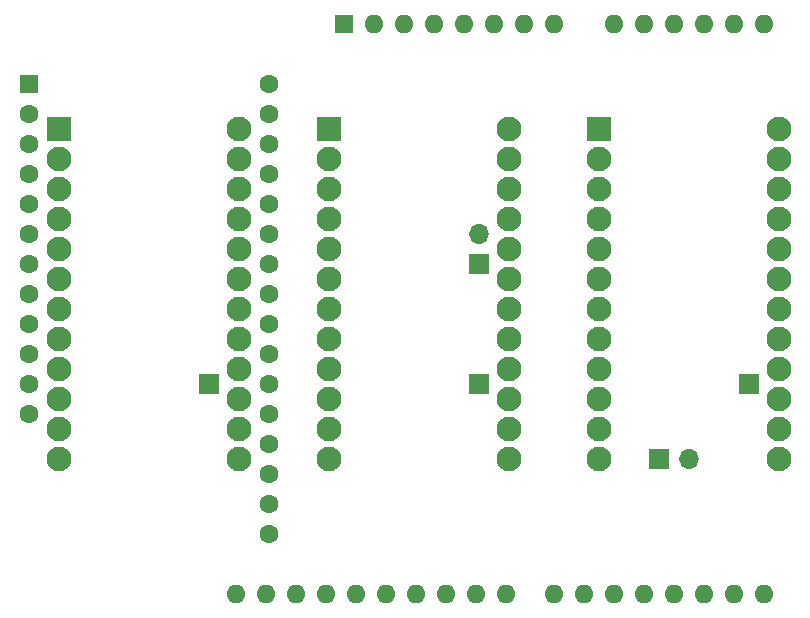
<source format=gbr>
G04 #@! TF.GenerationSoftware,KiCad,Pcbnew,5.1.5+dfsg1-2build2*
G04 #@! TF.CreationDate,2021-03-15T22:18:43+01:00*
G04 #@! TF.ProjectId,ProMicro_ADAPT,50726f4d-6963-4726-9f5f-41444150542e,v1.0*
G04 #@! TF.SameCoordinates,Original*
G04 #@! TF.FileFunction,Soldermask,Bot*
G04 #@! TF.FilePolarity,Negative*
%FSLAX46Y46*%
G04 Gerber Fmt 4.6, Leading zero omitted, Abs format (unit mm)*
G04 Created by KiCad*
%MOMM*%
%LPD*%
G04 APERTURE LIST*
%ADD10O,1.600000X1.600000*%
%ADD11R,1.600000X1.600000*%
%ADD12O,1.700000X1.700000*%
%ADD13R,1.700000X1.700000*%
%ADD14C,2.100000*%
%ADD15R,2.100000X2.100000*%
%ADD16C,1.600000*%
G04 APERTURE END LIST*
D10*
X119380000Y-120650000D03*
X121920000Y-120650000D03*
X82300000Y-120650000D03*
X121920000Y-72390000D03*
X84840000Y-120650000D03*
X119380000Y-72390000D03*
X87380000Y-120650000D03*
X116840000Y-72390000D03*
X89920000Y-120650000D03*
X114300000Y-72390000D03*
X92460000Y-120650000D03*
X111760000Y-72390000D03*
X95000000Y-120650000D03*
X109220000Y-72390000D03*
X97540000Y-120650000D03*
X104140000Y-72390000D03*
X100080000Y-120650000D03*
X101600000Y-72390000D03*
X104140000Y-120650000D03*
X99060000Y-72390000D03*
X106680000Y-120650000D03*
X96520000Y-72390000D03*
X109220000Y-120650000D03*
X93980000Y-72390000D03*
X111760000Y-120650000D03*
X91440000Y-72390000D03*
X114300000Y-120650000D03*
X88900000Y-72390000D03*
X116840000Y-120650000D03*
D11*
X86360000Y-72390000D03*
D10*
X79760000Y-120650000D03*
X77220000Y-120650000D03*
D12*
X115570000Y-109220000D03*
D13*
X113030000Y-109220000D03*
D12*
X97790000Y-90170000D03*
D13*
X97790000Y-92710000D03*
D14*
X123190000Y-81280000D03*
X123190000Y-83820000D03*
X123190000Y-86360000D03*
X107950000Y-109220000D03*
X123190000Y-88900000D03*
X107950000Y-106680000D03*
X123190000Y-91440000D03*
X107950000Y-104140000D03*
X123190000Y-93980000D03*
X107950000Y-101600000D03*
X123190000Y-96520000D03*
X107950000Y-99060000D03*
X123190000Y-99060000D03*
X107950000Y-96520000D03*
X123190000Y-101600000D03*
X107950000Y-93980000D03*
X123190000Y-104140000D03*
X107950000Y-91440000D03*
X123190000Y-106680000D03*
X107950000Y-88900000D03*
X123190000Y-109220000D03*
X107950000Y-86360000D03*
X107950000Y-83820000D03*
D15*
X107950000Y-81280000D03*
D14*
X100330000Y-81280000D03*
X100330000Y-83820000D03*
X100330000Y-86360000D03*
X85090000Y-109220000D03*
X100330000Y-88900000D03*
X85090000Y-106680000D03*
X100330000Y-91440000D03*
X85090000Y-104140000D03*
X100330000Y-93980000D03*
X85090000Y-101600000D03*
X100330000Y-96520000D03*
X85090000Y-99060000D03*
X100330000Y-99060000D03*
X85090000Y-96520000D03*
X100330000Y-101600000D03*
X85090000Y-93980000D03*
X100330000Y-104140000D03*
X85090000Y-91440000D03*
X100330000Y-106680000D03*
X85090000Y-88900000D03*
X100330000Y-109220000D03*
X85090000Y-86360000D03*
X85090000Y-83820000D03*
D15*
X85090000Y-81280000D03*
D14*
X77470000Y-81280000D03*
X77470000Y-83820000D03*
X77470000Y-86360000D03*
X62230000Y-109220000D03*
X77470000Y-88900000D03*
X62230000Y-106680000D03*
X77470000Y-91440000D03*
X62230000Y-104140000D03*
X77470000Y-93980000D03*
X62230000Y-101600000D03*
X77470000Y-96520000D03*
X62230000Y-99060000D03*
X77470000Y-99060000D03*
X62230000Y-96520000D03*
X77470000Y-101600000D03*
X62230000Y-93980000D03*
X77470000Y-104140000D03*
X62230000Y-91440000D03*
X77470000Y-106680000D03*
X62230000Y-88900000D03*
X77470000Y-109220000D03*
X62230000Y-86360000D03*
X62230000Y-83820000D03*
D15*
X62230000Y-81280000D03*
D13*
X74930000Y-102870000D03*
X120650000Y-102870000D03*
X97790000Y-102870000D03*
D11*
X59690000Y-77470000D03*
D16*
X59690000Y-80010000D03*
X59690000Y-82550000D03*
X59690000Y-85090000D03*
X59690000Y-87630000D03*
X59690000Y-90170000D03*
X59690000Y-92710000D03*
X59690000Y-95250000D03*
X59690000Y-97790000D03*
X59690000Y-100330000D03*
X59690000Y-102870000D03*
X59690000Y-105410000D03*
X80010000Y-115570000D03*
X80010000Y-113030000D03*
X80010000Y-110490000D03*
X80010000Y-107950000D03*
X80010000Y-105410000D03*
X80010000Y-102870000D03*
X80010000Y-100330000D03*
X80010000Y-97790000D03*
X80010000Y-95250000D03*
X80010000Y-92710000D03*
X80010000Y-90170000D03*
X80010000Y-87630000D03*
X80010000Y-85090000D03*
X80010000Y-82550000D03*
X80010000Y-80010000D03*
X80010000Y-77470000D03*
M02*

</source>
